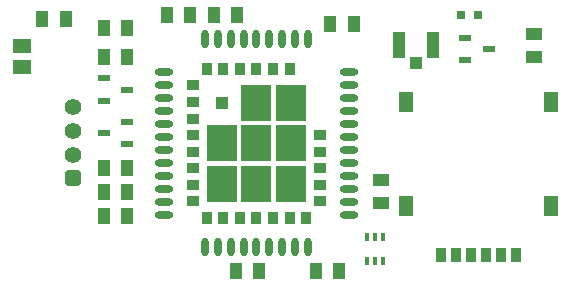
<source format=gbr>
G04*
G04 #@! TF.GenerationSoftware,Altium Limited,Altium Designer,23.0.1 (38)*
G04*
G04 Layer_Color=255*
%FSLAX25Y25*%
%MOIN*%
G70*
G04*
G04 #@! TF.SameCoordinates,8F8842E6-A163-4070-9E61-B2F925759E80*
G04*
G04*
G04 #@! TF.FilePolarity,Positive*
G04*
G01*
G75*
%ADD16R,0.04134X0.05315*%
%ADD17R,0.05906X0.04724*%
%ADD18R,0.05315X0.04134*%
%ADD19R,0.03937X0.02362*%
%ADD20R,0.03150X0.03150*%
%ADD21R,0.04331X0.08858*%
%ADD22R,0.04134X0.04331*%
%ADD23R,0.03543X0.04724*%
%ADD24R,0.05118X0.07087*%
%ADD25R,0.01181X0.02756*%
%ADD45O,0.06299X0.02362*%
%ADD46O,0.02362X0.06299*%
%ADD47R,0.04331X0.03543*%
%ADD48R,0.03543X0.04331*%
%ADD49R,0.10236X0.12205*%
%ADD50R,0.03937X0.03937*%
G04:AMPARAMS|DCode=55|XSize=55.12mil|YSize=55.12mil|CornerRadius=13.78mil|HoleSize=0mil|Usage=FLASHONLY|Rotation=90.000|XOffset=0mil|YOffset=0mil|HoleType=Round|Shape=RoundedRectangle|*
%AMROUNDEDRECTD55*
21,1,0.05512,0.02756,0,0,90.0*
21,1,0.02756,0.05512,0,0,90.0*
1,1,0.02756,0.01378,0.01378*
1,1,0.02756,0.01378,-0.01378*
1,1,0.02756,-0.01378,-0.01378*
1,1,0.02756,-0.01378,0.01378*
%
%ADD55ROUNDEDRECTD55*%
%ADD56C,0.05512*%
D16*
X319339Y291000D02*
D03*
X311661D02*
D03*
X332161Y233500D02*
D03*
X339839D02*
D03*
X339839Y241500D02*
D03*
X332161D02*
D03*
X339839Y288000D02*
D03*
X332161D02*
D03*
X340000Y225500D02*
D03*
X332323D02*
D03*
X332161Y278500D02*
D03*
X339839D02*
D03*
X376161Y207000D02*
D03*
X383839D02*
D03*
X402823D02*
D03*
X410500D02*
D03*
X376500Y292500D02*
D03*
X368823D02*
D03*
X360839D02*
D03*
X353161D02*
D03*
X407661Y289500D02*
D03*
X415339D02*
D03*
D17*
X305000Y282043D02*
D03*
Y274957D02*
D03*
D18*
X424500Y229661D02*
D03*
Y237339D02*
D03*
X475500Y286000D02*
D03*
Y278323D02*
D03*
D19*
X452563Y284740D02*
D03*
Y277260D02*
D03*
X460437Y281000D02*
D03*
X339937Y249260D02*
D03*
Y256740D02*
D03*
X332063Y253000D02*
D03*
Y271240D02*
D03*
Y263760D02*
D03*
X339937Y267500D02*
D03*
D20*
X451047Y292500D02*
D03*
X456953D02*
D03*
D21*
X430386Y282500D02*
D03*
X442000D02*
D03*
D22*
X436193Y276398D02*
D03*
D23*
X469500Y212500D02*
D03*
X459500D02*
D03*
X449500D02*
D03*
X464500D02*
D03*
X454500D02*
D03*
X444500D02*
D03*
D24*
X481213Y228642D02*
D03*
Y263287D02*
D03*
X432787Y228642D02*
D03*
Y263287D02*
D03*
D25*
X419941Y218437D02*
D03*
X422500D02*
D03*
X425059D02*
D03*
Y210563D02*
D03*
X422500D02*
D03*
X419941D02*
D03*
D45*
X352095Y273433D02*
D03*
Y269102D02*
D03*
Y264772D02*
D03*
Y260441D02*
D03*
Y256110D02*
D03*
Y251780D02*
D03*
Y247449D02*
D03*
Y243118D02*
D03*
Y238787D02*
D03*
Y234457D02*
D03*
Y230126D02*
D03*
Y225795D02*
D03*
X413905D02*
D03*
Y230126D02*
D03*
Y234457D02*
D03*
Y238787D02*
D03*
Y243118D02*
D03*
Y247449D02*
D03*
Y251780D02*
D03*
Y256110D02*
D03*
Y260441D02*
D03*
Y264772D02*
D03*
Y269102D02*
D03*
Y273433D02*
D03*
D46*
X365677Y214968D02*
D03*
X370008D02*
D03*
X374339D02*
D03*
X378669D02*
D03*
X383000D02*
D03*
X387331D02*
D03*
X391661D02*
D03*
X395992D02*
D03*
X400323D02*
D03*
Y284260D02*
D03*
X395992D02*
D03*
X391661D02*
D03*
X387331D02*
D03*
X383000D02*
D03*
X378669D02*
D03*
X374339D02*
D03*
X370008D02*
D03*
X365677D02*
D03*
D47*
X361937Y268905D02*
D03*
Y263394D02*
D03*
Y257882D02*
D03*
Y252370D02*
D03*
Y246858D02*
D03*
Y241347D02*
D03*
Y235835D02*
D03*
Y230323D02*
D03*
X404063D02*
D03*
Y235835D02*
D03*
Y241347D02*
D03*
Y246858D02*
D03*
Y252370D02*
D03*
D48*
X366465Y224811D02*
D03*
X371976D02*
D03*
X377488D02*
D03*
X383000D02*
D03*
X388512D02*
D03*
X394024D02*
D03*
X399535D02*
D03*
X394024Y274417D02*
D03*
X388512D02*
D03*
X383000D02*
D03*
X377488D02*
D03*
X371976D02*
D03*
X366465D02*
D03*
D49*
X394417Y236228D02*
D03*
X383000D02*
D03*
X371583D02*
D03*
X394417Y249614D02*
D03*
X383000D02*
D03*
X371583D02*
D03*
X394417Y263000D02*
D03*
X383000D02*
D03*
D50*
X371583D02*
D03*
D55*
X322000Y238000D02*
D03*
D56*
Y245874D02*
D03*
Y253748D02*
D03*
Y261622D02*
D03*
M02*

</source>
